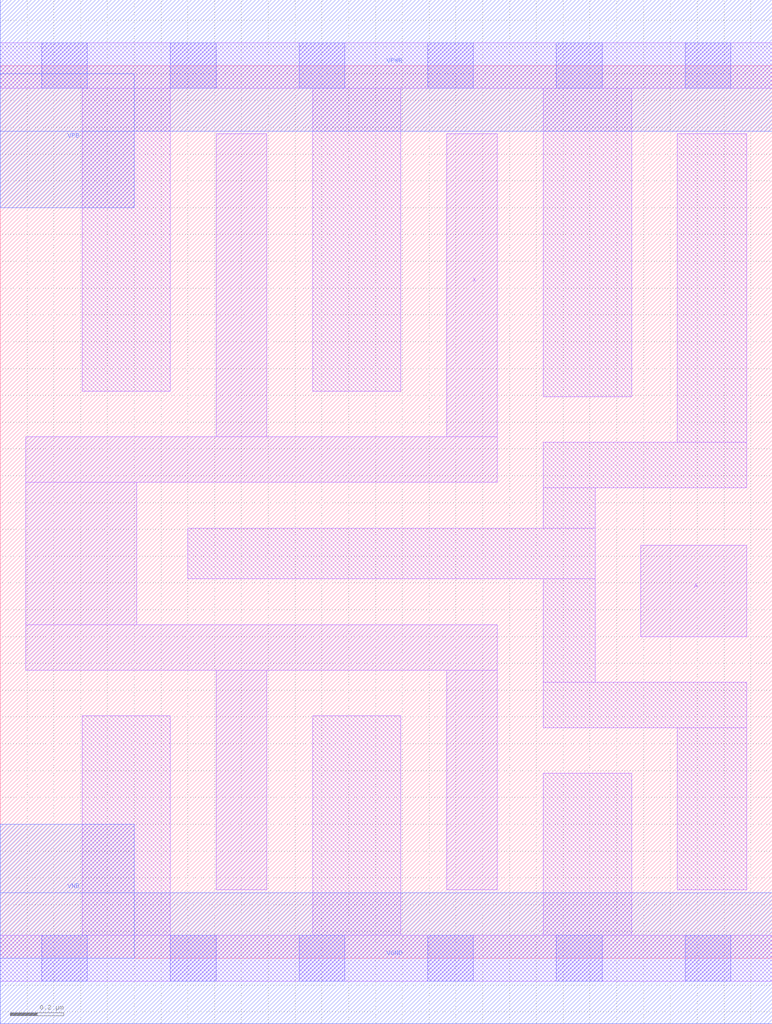
<source format=lef>
# Copyright 2020 The SkyWater PDK Authors
#
# Licensed under the Apache License, Version 2.0 (the "License");
# you may not use this file except in compliance with the License.
# You may obtain a copy of the License at
#
#     https://www.apache.org/licenses/LICENSE-2.0
#
# Unless required by applicable law or agreed to in writing, software
# distributed under the License is distributed on an "AS IS" BASIS,
# WITHOUT WARRANTIES OR CONDITIONS OF ANY KIND, either express or implied.
# See the License for the specific language governing permissions and
# limitations under the License.
#
# SPDX-License-Identifier: Apache-2.0

VERSION 5.5 ;
NAMESCASESENSITIVE ON ;
BUSBITCHARS "[]" ;
DIVIDERCHAR "/" ;
MACRO sky130_fd_sc_lp__buf_4
  CLASS CORE ;
  SOURCE USER ;
  ORIGIN  0.000000  0.000000 ;
  SIZE  2.880000 BY  3.330000 ;
  SYMMETRY X Y R90 ;
  SITE unit ;
  PIN A
    ANTENNAGATEAREA  0.315000 ;
    DIRECTION INPUT ;
    USE SIGNAL ;
    PORT
      LAYER li1 ;
        RECT 2.390000 1.200000 2.785000 1.540000 ;
    END
  END A
  PIN X
    ANTENNADIFFAREA  1.176000 ;
    DIRECTION OUTPUT ;
    USE SIGNAL ;
    PORT
      LAYER li1 ;
        RECT 0.095000 1.075000 1.855000 1.245000 ;
        RECT 0.095000 1.245000 0.510000 1.775000 ;
        RECT 0.095000 1.775000 1.855000 1.945000 ;
        RECT 0.805000 0.255000 0.995000 1.075000 ;
        RECT 0.805000 1.945000 0.995000 3.075000 ;
        RECT 1.665000 0.255000 1.855000 1.075000 ;
        RECT 1.665000 1.945000 1.855000 3.075000 ;
    END
  END X
  PIN VGND
    DIRECTION INOUT ;
    USE GROUND ;
    PORT
      LAYER met1 ;
        RECT 0.000000 -0.245000 2.880000 0.245000 ;
    END
  END VGND
  PIN VNB
    DIRECTION INOUT ;
    USE GROUND ;
    PORT
    END
  END VNB
  PIN VPB
    DIRECTION INOUT ;
    USE POWER ;
    PORT
    END
  END VPB
  PIN VNB
    DIRECTION INOUT ;
    USE GROUND ;
    PORT
      LAYER met1 ;
        RECT 0.000000 0.000000 0.500000 0.500000 ;
    END
  END VNB
  PIN VPB
    DIRECTION INOUT ;
    USE POWER ;
    PORT
      LAYER met1 ;
        RECT 0.000000 2.800000 0.500000 3.300000 ;
    END
  END VPB
  PIN VPWR
    DIRECTION INOUT ;
    USE POWER ;
    PORT
      LAYER met1 ;
        RECT 0.000000 3.085000 2.880000 3.575000 ;
    END
  END VPWR
  OBS
    LAYER li1 ;
      RECT 0.000000 -0.085000 2.880000 0.085000 ;
      RECT 0.000000  3.245000 2.880000 3.415000 ;
      RECT 0.305000  0.085000 0.635000 0.905000 ;
      RECT 0.305000  2.115000 0.635000 3.245000 ;
      RECT 0.700000  1.415000 2.220000 1.605000 ;
      RECT 1.165000  0.085000 1.495000 0.905000 ;
      RECT 1.165000  2.115000 1.495000 3.245000 ;
      RECT 2.025000  0.085000 2.355000 0.690000 ;
      RECT 2.025000  0.860000 2.785000 1.030000 ;
      RECT 2.025000  1.030000 2.220000 1.415000 ;
      RECT 2.025000  1.605000 2.220000 1.755000 ;
      RECT 2.025000  1.755000 2.785000 1.925000 ;
      RECT 2.025000  2.095000 2.355000 3.245000 ;
      RECT 2.525000  0.255000 2.785000 0.860000 ;
      RECT 2.525000  1.925000 2.785000 3.075000 ;
    LAYER mcon ;
      RECT 0.155000 -0.085000 0.325000 0.085000 ;
      RECT 0.155000  3.245000 0.325000 3.415000 ;
      RECT 0.635000 -0.085000 0.805000 0.085000 ;
      RECT 0.635000  3.245000 0.805000 3.415000 ;
      RECT 1.115000 -0.085000 1.285000 0.085000 ;
      RECT 1.115000  3.245000 1.285000 3.415000 ;
      RECT 1.595000 -0.085000 1.765000 0.085000 ;
      RECT 1.595000  3.245000 1.765000 3.415000 ;
      RECT 2.075000 -0.085000 2.245000 0.085000 ;
      RECT 2.075000  3.245000 2.245000 3.415000 ;
      RECT 2.555000 -0.085000 2.725000 0.085000 ;
      RECT 2.555000  3.245000 2.725000 3.415000 ;
  END
END sky130_fd_sc_lp__buf_4
END LIBRARY

</source>
